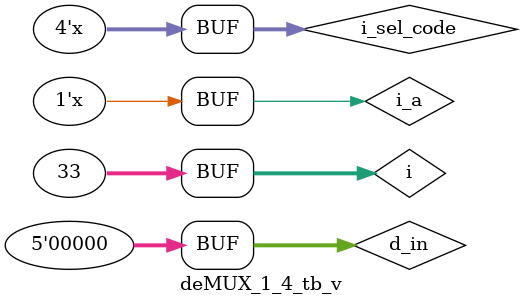
<source format=v>

`timescale 1ms/1ms



module deMUX_1_4_tb_v;
  
  reg  i_a;
  reg  [3:0] i_sel_code;
  wire o_code;
 
  
  // reg i_a, i_sel_code, o_code, i_d;
  reg [4:0] d_in = 5'b00000;
  integer i;
  
  // duv port map options:
  deMUX_1_4_v duv (.i_a(i_a), .i_sel_code(i_sel_code), .o_code(o_code)); 
  
  //procedure statement
  initial begin
      
      for (i = 0 ; i < 33 ; i = i + 1) begin
        #1000 i_sel_code[0] = d_in[0];
              i_sel_code[1] = d_in[1];
              i_sel_code[2] = d_in[2];
              i_sel_code[3] = d_in[3];
              i_a           = d_in[4];

        // i_sel_code[0] = d_in[1]; o_code = d_in[2]; i_d = d_in[3]; o_codes = d_in[4]; i_n_cs_0 = d_in[5]; ;
        d_in = d_in + 1;
      end
          
    end

endmodule












</source>
